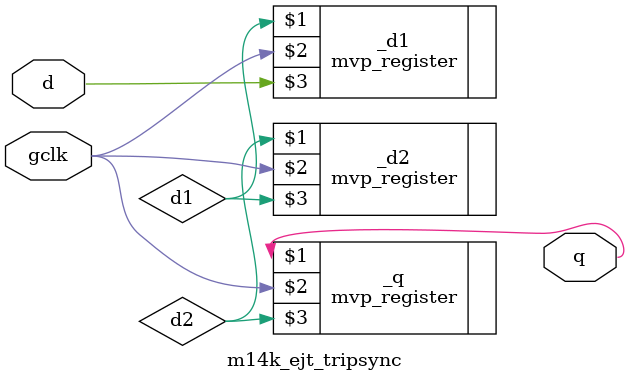
<source format=v>

`include "m14k_const.vh"

module m14k_ejt_tripsync(
	q,
	d,
	gclk);

	

output		q;			// Output

input		d;			// Data input
input	 gclk;			// Clock input

// BEGIN Wire declarations made by MVP
wire q;
wire d1;
wire d2;
// END Wire declarations made by MVP



mvp_register #(1) _d1(d1, gclk, d);
mvp_register #(1) _d2(d2, gclk, d1);
mvp_register #(1) _q(q, gclk, d2);

endmodule

</source>
